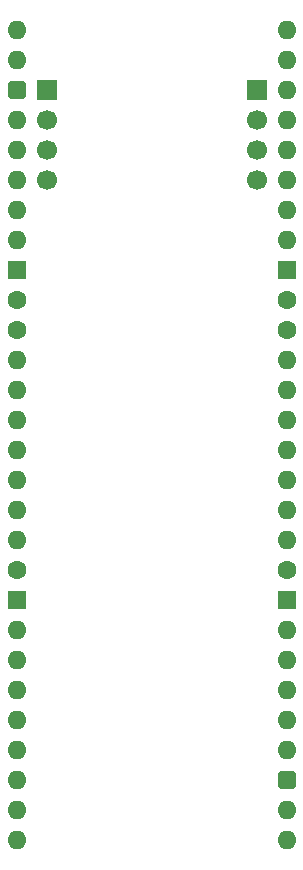
<source format=gbs>
%TF.GenerationSoftware,KiCad,Pcbnew,9.0.4*%
%TF.CreationDate,2025-09-20T19:48:03+02:00*%
%TF.ProjectId,Triple MPU Clock Generator,54726970-6c65-4204-9d50-5520436c6f63,V1*%
%TF.SameCoordinates,Original*%
%TF.FileFunction,Soldermask,Bot*%
%TF.FilePolarity,Negative*%
%FSLAX46Y46*%
G04 Gerber Fmt 4.6, Leading zero omitted, Abs format (unit mm)*
G04 Created by KiCad (PCBNEW 9.0.4) date 2025-09-20 19:48:03*
%MOMM*%
%LPD*%
G01*
G04 APERTURE LIST*
G04 Aperture macros list*
%AMRoundRect*
0 Rectangle with rounded corners*
0 $1 Rounding radius*
0 $2 $3 $4 $5 $6 $7 $8 $9 X,Y pos of 4 corners*
0 Add a 4 corners polygon primitive as box body*
4,1,4,$2,$3,$4,$5,$6,$7,$8,$9,$2,$3,0*
0 Add four circle primitives for the rounded corners*
1,1,$1+$1,$2,$3*
1,1,$1+$1,$4,$5*
1,1,$1+$1,$6,$7*
1,1,$1+$1,$8,$9*
0 Add four rect primitives between the rounded corners*
20,1,$1+$1,$2,$3,$4,$5,0*
20,1,$1+$1,$4,$5,$6,$7,0*
20,1,$1+$1,$6,$7,$8,$9,0*
20,1,$1+$1,$8,$9,$2,$3,0*%
G04 Aperture macros list end*
%ADD10C,1.700000*%
%ADD11R,1.700000X1.700000*%
%ADD12O,1.600000X1.600000*%
%ADD13R,1.600000X1.600000*%
%ADD14C,1.600000*%
%ADD15RoundRect,0.400000X-0.400000X-0.400000X0.400000X-0.400000X0.400000X0.400000X-0.400000X0.400000X0*%
G04 APERTURE END LIST*
D10*
%TO.C,J5*%
X20320000Y-12700000D03*
X20320000Y-10160000D03*
X20320000Y-7620000D03*
D11*
X20320000Y-5080000D03*
%TD*%
D10*
%TO.C,J4*%
X2540000Y-12700000D03*
X2540000Y-10160000D03*
X2540000Y-7620000D03*
D11*
X2540000Y-5080000D03*
%TD*%
D12*
%TO.C,J2*%
X22860000Y0D03*
X22860000Y-2540000D03*
X22860000Y-5080000D03*
X22860000Y-7620000D03*
X22860000Y-10160000D03*
X22860000Y-12700000D03*
X22860000Y-15240000D03*
X22860000Y-17780000D03*
D13*
X22860000Y-20320000D03*
D14*
X22860000Y-22860000D03*
X22860000Y-25400000D03*
D12*
X22860000Y-27940000D03*
X22860000Y-30480000D03*
X22860000Y-33020000D03*
X22860000Y-35560000D03*
X22860000Y-38100000D03*
X22860000Y-40640000D03*
X22860000Y-43180000D03*
D14*
X22860000Y-45720000D03*
D13*
X22860000Y-48260000D03*
D12*
X22860000Y-50800000D03*
X22860000Y-53340000D03*
X22860000Y-55880000D03*
X22860000Y-58420000D03*
X22860000Y-60960000D03*
D15*
X22860000Y-63500000D03*
D12*
X22860000Y-66040000D03*
X22860000Y-68580000D03*
X0Y-68580000D03*
X0Y-66040000D03*
X0Y-63500000D03*
X0Y-60960000D03*
X0Y-58420000D03*
X0Y-55880000D03*
X0Y-53340000D03*
X0Y-50800000D03*
D13*
X0Y-48260000D03*
D14*
X0Y-45720000D03*
D12*
X0Y-43180000D03*
X0Y-40640000D03*
X0Y-38100000D03*
X0Y-35560000D03*
X0Y-33020000D03*
X0Y-30480000D03*
X0Y-27940000D03*
D14*
X0Y-25400000D03*
X0Y-22860000D03*
D13*
X0Y-20320000D03*
D12*
X0Y-17780000D03*
X0Y-15240000D03*
X0Y-12700000D03*
X0Y-10160000D03*
X0Y-7620000D03*
D15*
X0Y-5080000D03*
D12*
X0Y-2540000D03*
X0Y0D03*
%TD*%
M02*

</source>
